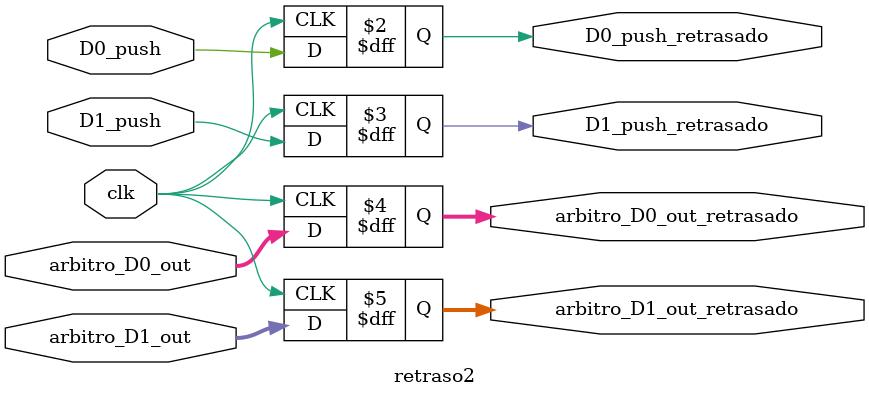
<source format=v>
module retraso2 (
            input clk,D0_push,D1_push,
            input [5:0] arbitro_D0_out ,
            input [5:0] arbitro_D1_out ,
            output reg  D0_push_retrasado,D1_push_retrasado,
            output reg [5:0] arbitro_D0_out_retrasado ,
            output reg [5:0] arbitro_D1_out_retrasado 
            );

// WRITE //
    always @(posedge clk) begin
       arbitro_D0_out_retrasado[5:0] <= arbitro_D0_out[5:0];
	   arbitro_D1_out_retrasado[5:0] <= arbitro_D1_out[5:0];
       D0_push_retrasado <= D0_push;
       D1_push_retrasado <= D1_push;
    end
  
       
endmodule
</source>
